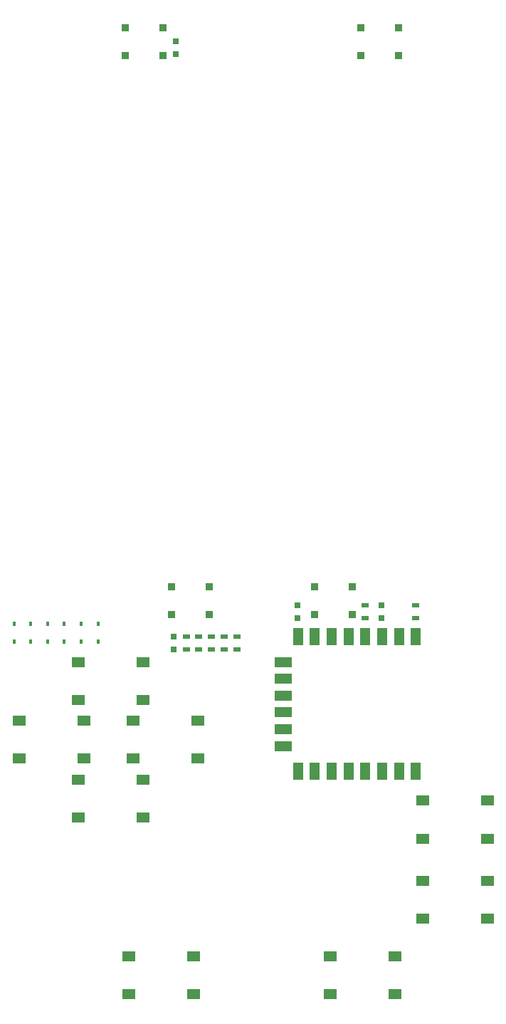
<source format=gtp>
G04 #@! TF.GenerationSoftware,KiCad,Pcbnew,(2017-07-14 revision d3b382c28)-master*
G04 #@! TF.CreationDate,2017-08-01T03:30:38-04:00*
G04 #@! TF.ProjectId,MAGLabs-2017-Swadges,4D41474C6162732D323031372D537761,rev?*
G04 #@! TF.SameCoordinates,Original
G04 #@! TF.FileFunction,Paste,Top*
G04 #@! TF.FilePolarity,Positive*
%FSLAX46Y46*%
G04 Gerber Fmt 4.6, Leading zero omitted, Abs format (unit mm)*
G04 Created by KiCad (PCBNEW (2017-07-14 revision d3b382c28)-master) date Tue Aug  1 03:30:38 2017*
%MOMM*%
%LPD*%
G01*
G04 APERTURE LIST*
%ADD10R,0.900000X0.900000*%
%ADD11R,1.200000X2.000000*%
%ADD12R,2.000000X1.200000*%
%ADD13R,1.550000X1.300000*%
%ADD14R,0.900000X0.500000*%
%ADD15R,0.750000X0.800000*%
%ADD16R,0.450000X0.600000*%
G04 APERTURE END LIST*
D10*
X129750000Y-106150000D03*
X125250000Y-106150000D03*
X129750000Y-102850000D03*
X125250000Y-102850000D03*
D11*
X154300000Y-124750000D03*
X152300000Y-124750000D03*
X150300000Y-124750000D03*
X148300000Y-124750000D03*
X146300000Y-124750000D03*
X144300000Y-124750000D03*
X142300000Y-124750000D03*
X140300000Y-124750000D03*
X154300000Y-108750000D03*
X152300000Y-108750000D03*
X150300000Y-108750000D03*
X148300000Y-108750000D03*
X146300000Y-108750000D03*
X144300000Y-108750000D03*
X142300000Y-108750000D03*
X140300000Y-108750000D03*
D12*
X138500000Y-111750000D03*
X138500000Y-113750000D03*
X138500000Y-115750000D03*
X138500000Y-121750000D03*
X138500000Y-119750000D03*
X138500000Y-117750000D03*
D13*
X155150000Y-137750000D03*
X162850000Y-137750000D03*
X162850000Y-142250000D03*
X155150000Y-142250000D03*
X155150000Y-128250000D03*
X162850000Y-128250000D03*
X162850000Y-132750000D03*
X155150000Y-132750000D03*
X144150000Y-146750000D03*
X151850000Y-146750000D03*
X151850000Y-151250000D03*
X144150000Y-151250000D03*
X120150000Y-146750000D03*
X127850000Y-146750000D03*
X127850000Y-151250000D03*
X120150000Y-151250000D03*
X120650000Y-118750000D03*
X128350000Y-118750000D03*
X128350000Y-123250000D03*
X120650000Y-123250000D03*
X114150000Y-125750000D03*
X121850000Y-125750000D03*
X121850000Y-130250000D03*
X114150000Y-130250000D03*
X107150000Y-118750000D03*
X114850000Y-118750000D03*
X114850000Y-123250000D03*
X107150000Y-123250000D03*
X114150000Y-111750000D03*
X121850000Y-111750000D03*
X121850000Y-116250000D03*
X114150000Y-116250000D03*
D14*
X131500000Y-108750000D03*
X131500000Y-110250000D03*
X127000000Y-110250000D03*
X127000000Y-108750000D03*
X128500000Y-110250000D03*
X128500000Y-108750000D03*
D15*
X140250000Y-106500000D03*
X140250000Y-105000000D03*
X125500000Y-108750000D03*
X125500000Y-110250000D03*
X125750000Y-38000000D03*
X125750000Y-39500000D03*
X150250000Y-105000000D03*
X150250000Y-106500000D03*
D16*
X106500000Y-109300000D03*
X106500000Y-107200000D03*
X108500000Y-109300000D03*
X108500000Y-107200000D03*
X110500000Y-109300000D03*
X110500000Y-107200000D03*
D10*
X142250000Y-102850000D03*
X146750000Y-102850000D03*
X142250000Y-106150000D03*
X146750000Y-106150000D03*
X147750000Y-36350000D03*
X152250000Y-36350000D03*
X147750000Y-39650000D03*
X152250000Y-39650000D03*
X124250000Y-39650000D03*
X119750000Y-39650000D03*
X124250000Y-36350000D03*
X119750000Y-36350000D03*
D16*
X112500000Y-109300000D03*
X112500000Y-107200000D03*
X114500000Y-107200000D03*
X114500000Y-109300000D03*
X116500000Y-107200000D03*
X116500000Y-109300000D03*
D14*
X154250000Y-106500000D03*
X154250000Y-105000000D03*
X130000000Y-110250000D03*
X130000000Y-108750000D03*
X133000000Y-108750000D03*
X133000000Y-110250000D03*
X148250000Y-106500000D03*
X148250000Y-105000000D03*
M02*

</source>
